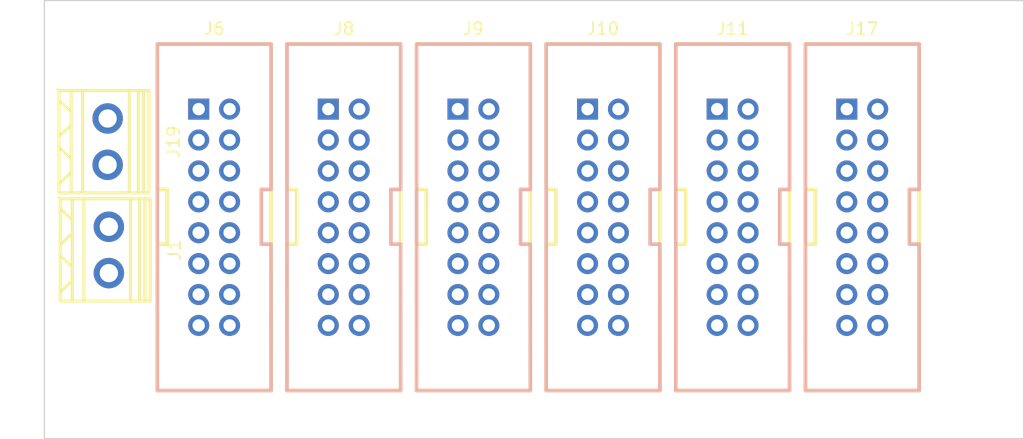
<source format=kicad_pcb>
(kicad_pcb (version 20221018) (generator pcbnew)
  (layers (0 "F.Cu" signal) (31 "B.Cu" signal) (34 "B.Paste" user) (35 "F.Paste" user) (36 "B.SilkS" user "B.Silkscreen") (37 "F.SilkS" user "F.Silkscreen") (38 "B.Mask" user) (39 "F.Mask" user) (44 "Edge.Cuts" user))
  (net 0 "")
  (net 1 "Net-(J1-Pin_1)")
  (net 2 "Net-(J1-Pin_2)")
  (net 3 "Net-(J10-Pin_1)")
  (net 4 "Net-(J10-Pin_11)")
  (net 5 "Net-(J10-Pin_13)")
  (net 6 "Net-(J10-Pin_15)")
  (footprint "Clacktronics:Eurorack_16_header" (layer "F.Cu") (at 173.46 78.92)
    (fp_text reference "J17" (at 1.27 -6.604) (layer "F.SilkS"))
    (fp_text value "EURORACK_16_PIN")
    (fp_line (start -3.4 -5.35) (end -3.4 23.13) (stroke (width 0.3)) (layer "B.SilkS"))
    (fp_line (start -3.4 23.13) (end 5.95 23.13) (stroke (width 0.3)) (layer "B.SilkS"))
    (fp_line (start 5.145 6.6) (end 5.945 6.6) (stroke (width 0.3)) (layer "B.SilkS"))
    (fp_line (start 5.145 11.1) (end 5.145 6.6) (stroke (width 0.3)) (layer "B.SilkS"))
    (fp_line (start 5.945 11.1) (end 5.145 11.1) (stroke (width 0.3)) (layer "B.SilkS"))
    (fp_line (start 5.95 -5.35) (end -3.4 -5.35) (stroke (width 0.3)) (layer "B.SilkS"))
    (fp_line (start 5.95 6.6) (end 5.95 -5.35) (stroke (width 0.3)) (layer "B.SilkS"))
    (fp_line (start 5.95 23.13) (end 5.945 11.1) (stroke (width 0.3)) (layer "B.SilkS"))
    (fp_line (start -3.405 -5.35) (end 5.945 -5.35) (stroke (width 0.3)) (layer "F.SilkS"))
    (fp_line (start -3.405 6.6) (end -3.405 -5.35) (stroke (width 0.3)) (layer "F.SilkS"))
    (fp_line (start -3.405 23.13) (end -3.4 11.1) (stroke (width 0.3)) (layer "F.SilkS"))
    (fp_line (start -3.4 11.1) (end -2.6 11.1) (stroke (width 0.3)) (layer "F.SilkS"))
    (fp_line (start -2.6 6.6) (end -3.4 6.6) (stroke (width 0.3)) (layer "F.SilkS"))
    (fp_line (start -2.6 11.1) (end -2.6 6.6) (stroke (width 0.3)) (layer "F.SilkS"))
    (fp_line (start 5.945 -5.35) (end 5.945 23.13) (stroke (width 0.3)) (layer "F.SilkS"))
    (fp_line (start 5.945 23.13) (end -3.405 23.13) (stroke (width 0.3)) (layer "F.SilkS"))
    (pad "1" thru_hole rect (at 0 0) (size 1.7272 1.7272) (drill 1.016) (layers "*.Cu" "*.Mask") (net 3 "Net-(J10-Pin_1)"))
    (pad "2" thru_hole oval (at 2.54 0) (size 1.7272 1.7272) (drill 1.016) (layers "*.Cu" "*.Mask") (net 3 "Net-(J10-Pin_1)"))
    (pad "3" thru_hole oval (at 0 2.54) (size 1.7272 1.7272) (drill 1.016) (layers "*.Cu" "*.Mask") (net 1 "Net-(J1-Pin_1)"))
    (pad "4" thru_hole oval (at 2.54 2.54) (size 1.7272 1.7272) (drill 1.016) (layers "*.Cu" "*.Mask") (net 1 "Net-(J1-Pin_1)"))
    (pad "5" thru_hole oval (at 0 5.08) (size 1.7272 1.7272) (drill 1.016) (layers "*.Cu" "*.Mask") (net 1 "Net-(J1-Pin_1)"))
    (pad "6" thru_hole oval (at 2.54 5.08) (size 1.7272 1.7272) (drill 1.016) (layers "*.Cu" "*.Mask") (net 1 "Net-(J1-Pin_1)"))
    (pad "7" thru_hole oval (at 0 7.62) (size 1.7272 1.7272) (drill 1.016) (layers "*.Cu" "*.Mask") (net 1 "Net-(J1-Pin_1)"))
    (pad "8" thru_hole oval (at 2.54 7.62) (size 1.7272 1.7272) (drill 1.016) (layers "*.Cu" "*.Mask") (net 1 "Net-(J1-Pin_1)"))
    (pad "9" thru_hole oval (at 0 10.16) (size 1.7272 1.7272) (drill 1.016) (layers "*.Cu" "*.Mask") (net 2 "Net-(J1-Pin_2)"))
    (pad "10" thru_hole oval (at 2.54 10.16) (size 1.7272 1.7272) (drill 1.016) (layers "*.Cu" "*.Mask") (net 2 "Net-(J1-Pin_2)"))
    (pad "11" thru_hole oval (at 0 12.7) (size 1.7272 1.7272) (drill 1.016) (layers "*.Cu" "*.Mask") (net 4 "Net-(J10-Pin_11)"))
    (pad "12" thru_hole oval (at 2.54 12.7) (size 1.7272 1.7272) (drill 1.016) (layers "*.Cu" "*.Mask") (net 4 "Net-(J10-Pin_11)"))
    (pad "13" thru_hole oval (at 0 15.24) (size 1.7272 1.7272) (drill 1.016) (layers "*.Cu" "*.Mask") (net 5 "Net-(J10-Pin_13)"))
    (pad "14" thru_hole oval (at 2.54 15.24) (size 1.7272 1.7272) (drill 1.016) (layers "*.Cu" "*.Mask") (net 5 "Net-(J10-Pin_13)"))
    (pad "15" thru_hole oval (at 0 17.78) (size 1.7272 1.7272) (drill 1.016) (layers "*.Cu" "*.Mask") (net 6 "Net-(J10-Pin_15)"))
    (pad "16" thru_hole oval (at 2.54 17.78) (size 1.7272 1.7272) (drill 1.016) (layers "*.Cu" "*.Mask") (net 6 "Net-(J10-Pin_15)"))
  )
  (footprint "MountingHole:MountingHole_3.2mm_M3" (layer "F.Cu") (at 184 102)
    (fp_text reference "REF**" hide)
    (fp_text value "MountingHole_3.2mm_M3" hide)
    (pad "" np_thru_hole circle (at 0 0) (size 3.2 3.2) (drill 3.2) (layers "*.Cu" "*.Mask"))
  )
  (footprint "MountingHole:MountingHole_3.2mm_M3" (layer "F.Cu") (at 112 102)
    (fp_text reference "REF**" hide)
    (fp_text value "MountingHole_3.2mm_M3" hide)
    (pad "" np_thru_hole circle (at 0 0) (size 3.2 3.2) (drill 3.2) (layers "*.Cu" "*.Mask"))
  )
  (footprint "Clacktronics:Eurorack_16_header" (layer "F.Cu") (at 120.185 78.92)
    (fp_text reference "J6" (at 1.27 -6.604) (layer "F.SilkS"))
    (fp_text value "EURORACK_16_PIN")
    (fp_line (start -3.4 -5.35) (end -3.4 23.13) (stroke (width 0.3)) (layer "B.SilkS"))
    (fp_line (start -3.4 23.13) (end 5.95 23.13) (stroke (width 0.3)) (layer "B.SilkS"))
    (fp_line (start 5.145 6.6) (end 5.945 6.6) (stroke (width 0.3)) (layer "B.SilkS"))
    (fp_line (start 5.145 11.1) (end 5.145 6.6) (stroke (width 0.3)) (layer "B.SilkS"))
    (fp_line (start 5.945 11.1) (end 5.145 11.1) (stroke (width 0.3)) (layer "B.SilkS"))
    (fp_line (start 5.95 -5.35) (end -3.4 -5.35) (stroke (width 0.3)) (layer "B.SilkS"))
    (fp_line (start 5.95 6.6) (end 5.95 -5.35) (stroke (width 0.3)) (layer "B.SilkS"))
    (fp_line (start 5.95 23.13) (end 5.945 11.1) (stroke (width 0.3)) (layer "B.SilkS"))
    (fp_line (start -3.405 -5.35) (end 5.945 -5.35) (stroke (width 0.3)) (layer "F.SilkS"))
    (fp_line (start -3.405 6.6) (end -3.405 -5.35) (stroke (width 0.3)) (layer "F.SilkS"))
    (fp_line (start -3.405 23.13) (end -3.4 11.1) (stroke (width 0.3)) (layer "F.SilkS"))
    (fp_line (start -3.4 11.1) (end -2.6 11.1) (stroke (width 0.3)) (layer "F.SilkS"))
    (fp_line (start -2.6 6.6) (end -3.4 6.6) (stroke (width 0.3)) (layer "F.SilkS"))
    (fp_line (start -2.6 11.1) (end -2.6 6.6) (stroke (width 0.3)) (layer "F.SilkS"))
    (fp_line (start 5.945 -5.35) (end 5.945 23.13) (stroke (width 0.3)) (layer "F.SilkS"))
    (fp_line (start 5.945 23.13) (end -3.405 23.13) (stroke (width 0.3)) (layer "F.SilkS"))
    (pad "1" thru_hole rect (at 0 0) (size 1.7272 1.7272) (drill 1.016) (layers "*.Cu" "*.Mask") (net 3 "Net-(J10-Pin_1)"))
    (pad "2" thru_hole oval (at 2.54 0) (size 1.7272 1.7272) (drill 1.016) (layers "*.Cu" "*.Mask") (net 3 "Net-(J10-Pin_1)"))
    (pad "3" thru_hole oval (at 0 2.54) (size 1.7272 1.7272) (drill 1.016) (layers "*.Cu" "*.Mask") (net 1 "Net-(J1-Pin_1)"))
    (pad "4" thru_hole oval (at 2.54 2.54) (size 1.7272 1.7272) (drill 1.016) (layers "*.Cu" "*.Mask") (net 1 "Net-(J1-Pin_1)"))
    (pad "5" thru_hole oval (at 0 5.08) (size 1.7272 1.7272) (drill 1.016) (layers "*.Cu" "*.Mask") (net 1 "Net-(J1-Pin_1)"))
    (pad "6" thru_hole oval (at 2.54 5.08) (size 1.7272 1.7272) (drill 1.016) (layers "*.Cu" "*.Mask") (net 1 "Net-(J1-Pin_1)"))
    (pad "7" thru_hole oval (at 0 7.62) (size 1.7272 1.7272) (drill 1.016) (layers "*.Cu" "*.Mask") (net 1 "Net-(J1-Pin_1)"))
    (pad "8" thru_hole oval (at 2.54 7.62) (size 1.7272 1.7272) (drill 1.016) (layers "*.Cu" "*.Mask") (net 1 "Net-(J1-Pin_1)"))
    (pad "9" thru_hole oval (at 0 10.16) (size 1.7272 1.7272) (drill 1.016) (layers "*.Cu" "*.Mask") (net 2 "Net-(J1-Pin_2)"))
    (pad "10" thru_hole oval (at 2.54 10.16) (size 1.7272 1.7272) (drill 1.016) (layers "*.Cu" "*.Mask") (net 2 "Net-(J1-Pin_2)"))
    (pad "11" thru_hole oval (at 0 12.7) (size 1.7272 1.7272) (drill 1.016) (layers "*.Cu" "*.Mask") (net 4 "Net-(J10-Pin_11)"))
    (pad "12" thru_hole oval (at 2.54 12.7) (size 1.7272 1.7272) (drill 1.016) (layers "*.Cu" "*.Mask") (net 4 "Net-(J10-Pin_11)"))
    (pad "13" thru_hole oval (at 0 15.24) (size 1.7272 1.7272) (drill 1.016) (layers "*.Cu" "*.Mask") (net 5 "Net-(J10-Pin_13)"))
    (pad "14" thru_hole oval (at 2.54 15.24) (size 1.7272 1.7272) (drill 1.016) (layers "*.Cu" "*.Mask") (net 5 "Net-(J10-Pin_13)"))
    (pad "15" thru_hole oval (at 0 17.78) (size 1.7272 1.7272) (drill 1.016) (layers "*.Cu" "*.Mask") (net 6 "Net-(J10-Pin_15)"))
    (pad "16" thru_hole oval (at 2.54 17.78) (size 1.7272 1.7272) (drill 1.016) (layers "*.Cu" "*.Mask") (net 6 "Net-(J10-Pin_15)"))
  )
  (footprint "Clacktronics:CONN-TH_2P-P3.81_DB125-3.81-2P-BK-S" (layer "F.Cu") (at 112.5 90.494996 -90)
    (fp_text reference "J1" (at 0 -5.7 90) (layer "F.SilkS"))
    (fp_text value "Screw_Terminal_01x02")
    (fp_line (start -4.205029 -3.699975) (end -4.205029 3.7) (stroke (width 0.254)) (layer "F.SilkS"))
    (fp_line (start -4.205029 -3.699975) (end 4.205029 -3.7) (stroke (width 0.254)) (layer "F.SilkS"))
    (fp_line (start -4.205029 -3.257049) (end 4.205029 -3.257049) (stroke (width 0.254)) (layer "F.SilkS"))
    (fp_line (start -4.205029 -2.821615) (end 4.205029 -2.821615) (stroke (width 0.254)) (layer "F.SilkS"))
    (fp_line (start -4.205029 -2.07775) (end 4.205029 -2.07775) (stroke (width 0.254)) (layer "F.SilkS"))
    (fp_line (start -4.205029 1.754407) (end 4.205029 1.754407) (stroke (width 0.254)) (layer "F.SilkS"))
    (fp_line (start -4.205029 2.7) (end 4.205029 2.7) (stroke (width 0.254)) (layer "F.SilkS"))
    (fp_line (start -4.205029 3.7) (end 4.205004 3.7) (stroke (width 0.254)) (layer "F.SilkS"))
    (fp_line (start -3.426949 3.7) (end -3.424308 3.7) (stroke (width 0.254)) (layer "F.SilkS"))
    (fp_line (start -3.424308 3.7) (end -2.424308 2.7) (stroke (width 0.254)) (layer "F.SilkS"))
    (fp_line (start -1.401626 2.7) (end -1.392304 2.7) (stroke (width 0.254)) (layer "F.SilkS"))
    (fp_line (start -1.392304 2.7) (end -0.392304 3.7) (stroke (width 0.254)) (layer "F.SilkS"))
    (fp_line (start 0.403099 3.7) (end 0.432487 3.7) (stroke (width 0.254)) (layer "F.SilkS"))
    (fp_line (start 0.432487 3.7) (end 1.432487 2.7) (stroke (width 0.254)) (layer "F.SilkS"))
    (fp_line (start 2.562103 2.7) (end 2.562103 2.764211) (stroke (width 0.254)) (layer "F.SilkS"))
    (fp_line (start 2.562103 2.764211) (end 3.497892 3.7) (stroke (width 0.254)) (layer "F.SilkS"))
    (fp_line (start 4.205029 -3.7) (end 4.205029 3.7) (stroke (width 0.254)) (layer "F.SilkS"))
    (fp_circle (center -4.332029 3.827) (end -4.302032 3.827) (stroke (width 0.059995)) (fill none) (layer "F.SilkS"))
    (pad "1" thru_hole circle (at -1.905004 -0.3 270) (size 2.5 2.5) (drill 1.500025) (layers "*.Cu" "*.Mask") (net 1 "Net-(J1-Pin_1)"))
    (pad "2" thru_hole circle (at 1.905004 -0.3 270) (size 2.5 2.5) (drill 1.500025) (layers "*.Cu" "*.Mask") (net 2 "Net-(J1-Pin_2)"))
  )
  (footprint "Clacktronics:Eurorack_16_header" (layer "F.Cu") (at 141.495 78.92)
    (fp_text reference "J9" (at 1.27 -6.604) (layer "F.SilkS"))
    (fp_text value "EURORACK_16_PIN")
    (fp_line (start -3.4 -5.35) (end -3.4 23.13) (stroke (width 0.3)) (layer "B.SilkS"))
    (fp_line (start -3.4 23.13) (end 5.95 23.13) (stroke (width 0.3)) (layer "B.SilkS"))
    (fp_line (start 5.145 6.6) (end 5.945 6.6) (stroke (width 0.3)) (layer "B.SilkS"))
    (fp_line (start 5.145 11.1) (end 5.145 6.6) (stroke (width 0.3)) (layer "B.SilkS"))
    (fp_line (start 5.945 11.1) (end 5.145 11.1) (stroke (width 0.3)) (layer "B.SilkS"))
    (fp_line (start 5.95 -5.35) (end -3.4 -5.35) (stroke (width 0.3)) (layer "B.SilkS"))
    (fp_line (start 5.95 6.6) (end 5.95 -5.35) (stroke (width 0.3)) (layer "B.SilkS"))
    (fp_line (start 5.95 23.13) (end 5.945 11.1) (stroke (width 0.3)) (layer "B.SilkS"))
    (fp_line (start -3.405 -5.35) (end 5.945 -5.35) (stroke (width 0.3)) (layer "F.SilkS"))
    (fp_line (start -3.405 6.6) (end -3.405 -5.35) (stroke (width 0.3)) (layer "F.SilkS"))
    (fp_line (start -3.405 23.13) (end -3.4 11.1) (stroke (width 0.3)) (layer "F.SilkS"))
    (fp_line (start -3.4 11.1) (end -2.6 11.1) (stroke (width 0.3)) (layer "F.SilkS"))
    (fp_line (start -2.6 6.6) (end -3.4 6.6) (stroke (width 0.3)) (layer "F.SilkS"))
    (fp_line (start -2.6 11.1) (end -2.6 6.6) (stroke (width 0.3)) (layer "F.SilkS"))
    (fp_line (start 5.945 -5.35) (end 5.945 23.13) (stroke (width 0.3)) (layer "F.SilkS"))
    (fp_line (start 5.945 23.13) (end -3.405 23.13) (stroke (width 0.3)) (layer "F.SilkS"))
    (pad "1" thru_hole rect (at 0 0) (size 1.7272 1.7272) (drill 1.016) (layers "*.Cu" "*.Mask") (net 3 "Net-(J10-Pin_1)"))
    (pad "2" thru_hole oval (at 2.54 0) (size 1.7272 1.7272) (drill 1.016) (layers "*.Cu" "*.Mask") (net 3 "Net-(J10-Pin_1)"))
    (pad "3" thru_hole oval (at 0 2.54) (size 1.7272 1.7272) (drill 1.016) (layers "*.Cu" "*.Mask") (net 1 "Net-(J1-Pin_1)"))
    (pad "4" thru_hole oval (at 2.54 2.54) (size 1.7272 1.7272) (drill 1.016) (layers "*.Cu" "*.Mask") (net 1 "Net-(J1-Pin_1)"))
    (pad "5" thru_hole oval (at 0 5.08) (size 1.7272 1.7272) (drill 1.016) (layers "*.Cu" "*.Mask") (net 1 "Net-(J1-Pin_1)"))
    (pad "6" thru_hole oval (at 2.54 5.08) (size 1.7272 1.7272) (drill 1.016) (layers "*.Cu" "*.Mask") (net 1 "Net-(J1-Pin_1)"))
    (pad "7" thru_hole oval (at 0 7.62) (size 1.7272 1.7272) (drill 1.016) (layers "*.Cu" "*.Mask") (net 1 "Net-(J1-Pin_1)"))
    (pad "8" thru_hole oval (at 2.54 7.62) (size 1.7272 1.7272) (drill 1.016) (layers "*.Cu" "*.Mask") (net 1 "Net-(J1-Pin_1)"))
    (pad "9" thru_hole oval (at 0 10.16) (size 1.7272 1.7272) (drill 1.016) (layers "*.Cu" "*.Mask") (net 2 "Net-(J1-Pin_2)"))
    (pad "10" thru_hole oval (at 2.54 10.16) (size 1.7272 1.7272) (drill 1.016) (layers "*.Cu" "*.Mask") (net 2 "Net-(J1-Pin_2)"))
    (pad "11" thru_hole oval (at 0 12.7) (size 1.7272 1.7272) (drill 1.016) (layers "*.Cu" "*.Mask") (net 4 "Net-(J10-Pin_11)"))
    (pad "12" thru_hole oval (at 2.54 12.7) (size 1.7272 1.7272) (drill 1.016) (layers "*.Cu" "*.Mask") (net 4 "Net-(J10-Pin_11)"))
    (pad "13" thru_hole oval (at 0 15.24) (size 1.7272 1.7272) (drill 1.016) (layers "*.Cu" "*.Mask") (net 5 "Net-(J10-Pin_13)"))
    (pad "14" thru_hole oval (at 2.54 15.24) (size 1.7272 1.7272) (drill 1.016) (layers "*.Cu" "*.Mask") (net 5 "Net-(J10-Pin_13)"))
    (pad "15" thru_hole oval (at 0 17.78) (size 1.7272 1.7272) (drill 1.016) (layers "*.Cu" "*.Mask") (net 6 "Net-(J10-Pin_15)"))
    (pad "16" thru_hole oval (at 2.54 17.78) (size 1.7272 1.7272) (drill 1.016) (layers "*.Cu" "*.Mask") (net 6 "Net-(J10-Pin_15)"))
  )
  (footprint "MountingHole:MountingHole_3.2mm_M3" (layer "F.Cu") (at 112 74)
    (fp_text reference "REF**" hide)
    (fp_text value "MountingHole_3.2mm_M3" hide)
    (pad "" np_thru_hole circle (at 0 0) (size 3.2 3.2) (drill 3.2) (layers "*.Cu" "*.Mask"))
  )
  (footprint "Clacktronics:CONN-TH_2P-P3.81_DB125-3.81-2P-BK-S" (layer "F.Cu") (at 112.4 81.594996 -90)
    (fp_text reference "J19" (at 0 -5.7 90) (layer "F.SilkS"))
    (fp_text value "Screw_Terminal_01x02")
    (fp_line (start -4.205029 -3.699975) (end -4.205029 3.7) (stroke (width 0.254)) (layer "F.SilkS"))
    (fp_line (start -4.205029 -3.699975) (end 4.205029 -3.7) (stroke (width 0.254)) (layer "F.SilkS"))
    (fp_line (start -4.205029 -3.257049) (end 4.205029 -3.257049) (stroke (width 0.254)) (layer "F.SilkS"))
    (fp_line (start -4.205029 -2.821615) (end 4.205029 -2.821615) (stroke (width 0.254)) (layer "F.SilkS"))
    (fp_line (start -4.205029 -2.07775) (end 4.205029 -2.07775) (stroke (width 0.254)) (layer "F.SilkS"))
    (fp_line (start -4.205029 1.754407) (end 4.205029 1.754407) (stroke (width 0.254)) (layer "F.SilkS"))
    (fp_line (start -4.205029 2.7) (end 4.205029 2.7) (stroke (width 0.254)) (layer "F.SilkS"))
    (fp_line (start -4.205029 3.7) (end 4.205004 3.7) (stroke (width 0.254)) (layer "F.SilkS"))
    (fp_line (start -3.426949 3.7) (end -3.424308 3.7) (stroke (width 0.254)) (layer "F.SilkS"))
    (fp_line (start -3.424308 3.7) (end -2.424308 2.7) (stroke (width 0.254)) (layer "F.SilkS"))
    (fp_line (start -1.401626 2.7) (end -1.392304 2.7) (stroke (width 0.254)) (layer "F.SilkS"))
    (fp_line (start -1.392304 2.7) (end -0.392304 3.7) (stroke (width 0.254)) (layer "F.SilkS"))
    (fp_line (start 0.403099 3.7) (end 0.432487 3.7) (stroke (width 0.254)) (layer "F.SilkS"))
    (fp_line (start 0.432487 3.7) (end 1.432487 2.7) (stroke (width 0.254)) (layer "F.SilkS"))
    (fp_line (start 2.562103 2.7) (end 2.562103 2.764211) (stroke (width 0.254)) (layer "F.SilkS"))
    (fp_line (start 2.562103 2.764211) (end 3.497892 3.7) (stroke (width 0.254)) (layer "F.SilkS"))
    (fp_line (start 4.205029 -3.7) (end 4.205029 3.7) (stroke (width 0.254)) (layer "F.SilkS"))
    (fp_circle (center -4.332029 3.827) (end -4.302032 3.827) (stroke (width 0.059995)) (fill none) (layer "F.SilkS"))
    (pad "1" thru_hole circle (at -1.905004 -0.3 270) (size 2.5 2.5) (drill 1.500025) (layers "*.Cu" "*.Mask") (net 3 "Net-(J10-Pin_1)"))
    (pad "2" thru_hole circle (at 1.905004 -0.3 270) (size 2.5 2.5) (drill 1.500025) (layers "*.Cu" "*.Mask") (net 1 "Net-(J1-Pin_1)"))
  )
  (footprint "Clacktronics:Eurorack_16_header" (layer "F.Cu") (at 162.805 78.92)
    (fp_text reference "J11" (at 1.27 -6.604) (layer "F.SilkS"))
    (fp_text value "EURORACK_16_PIN")
    (fp_line (start -3.4 -5.35) (end -3.4 23.13) (stroke (width 0.3)) (layer "B.SilkS"))
    (fp_line (start -3.4 23.13) (end 5.95 23.13) (stroke (width 0.3)) (layer "B.SilkS"))
    (fp_line (start 5.145 6.6) (end 5.945 6.6) (stroke (width 0.3)) (layer "B.SilkS"))
    (fp_line (start 5.145 11.1) (end 5.145 6.6) (stroke (width 0.3)) (layer "B.SilkS"))
    (fp_line (start 5.945 11.1) (end 5.145 11.1) (stroke (width 0.3)) (layer "B.SilkS"))
    (fp_line (start 5.95 -5.35) (end -3.4 -5.35) (stroke (width 0.3)) (layer "B.SilkS"))
    (fp_line (start 5.95 6.6) (end 5.95 -5.35) (stroke (width 0.3)) (layer "B.SilkS"))
    (fp_line (start 5.95 23.13) (end 5.945 11.1) (stroke (width 0.3)) (layer "B.SilkS"))
    (fp_line (start -3.405 -5.35) (end 5.945 -5.35) (stroke (width 0.3)) (layer "F.SilkS"))
    (fp_line (start -3.405 6.6) (end -3.405 -5.35) (stroke (width 0.3)) (layer "F.SilkS"))
    (fp_line (start -3.405 23.13) (end -3.4 11.1) (stroke (width 0.3)) (layer "F.SilkS"))
    (fp_line (start -3.4 11.1) (end -2.6 11.1) (stroke (width 0.3)) (layer "F.SilkS"))
    (fp_line (start -2.6 6.6) (end -3.4 6.6) (stroke (width 0.3)) (layer "F.SilkS"))
    (fp_line (start -2.6 11.1) (end -2.6 6.6) (stroke (width 0.3)) (layer "F.SilkS"))
    (fp_line (start 5.945 -5.35) (end 5.945 23.13) (stroke (width 0.3)) (layer "F.SilkS"))
    (fp_line (start 5.945 23.13) (end -3.405 23.13) (stroke (width 0.3)) (layer "F.SilkS"))
    (pad "1" thru_hole rect (at 0 0) (size 1.7272 1.7272) (drill 1.016) (layers "*.Cu" "*.Mask") (net 3 "Net-(J10-Pin_1)"))
    (pad "2" thru_hole oval (at 2.54 0) (size 1.7272 1.7272) (drill 1.016) (layers "*.Cu" "*.Mask") (net 3 "Net-(J10-Pin_1)"))
    (pad "3" thru_hole oval (at 0 2.54) (size 1.7272 1.7272) (drill 1.016) (layers "*.Cu" "*.Mask") (net 1 "Net-(J1-Pin_1)"))
    (pad "4" thru_hole oval (at 2.54 2.54) (size 1.7272 1.7272) (drill 1.016) (layers "*.Cu" "*.Mask") (net 1 "Net-(J1-Pin_1)"))
    (pad "5" thru_hole oval (at 0 5.08) (size 1.7272 1.7272) (drill 1.016) (layers "*.Cu" "*.Mask") (net 1 "Net-(J1-Pin_1)"))
    (pad "6" thru_hole oval (at 2.54 5.08) (size 1.7272 1.7272) (drill 1.016) (layers "*.Cu" "*.Mask") (net 1 "Net-(J1-Pin_1)"))
    (pad "7" thru_hole oval (at 0 7.62) (size 1.7272 1.7272) (drill 1.016) (layers "*.Cu" "*.Mask") (net 1 "Net-(J1-Pin_1)"))
    (pad "8" thru_hole oval (at 2.54 7.62) (size 1.7272 1.7272) (drill 1.016) (layers "*.Cu" "*.Mask") (net 1 "Net-(J1-Pin_1)"))
    (pad "9" thru_hole oval (at 0 10.16) (size 1.7272 1.7272) (drill 1.016) (layers "*.Cu" "*.Mask") (net 2 "Net-(J1-Pin_2)"))
    (pad "10" thru_hole oval (at 2.54 10.16) (size 1.7272 1.7272) (drill 1.016) (layers "*.Cu" "*.Mask") (net 2 "Net-(J1-Pin_2)"))
    (pad "11" thru_hole oval (at 0 12.7) (size 1.7272 1.7272) (drill 1.016) (layers "*.Cu" "*.Mask") (net 4 "Net-(J10-Pin_11)"))
    (pad "12" thru_hole oval (at 2.54 12.7) (size 1.7272 1.7272) (drill 1.016) (layers "*.Cu" "*.Mask") (net 4 "Net-(J10-Pin_11)"))
    (pad "13" thru_hole oval (at 0 15.24) (size 1.7272 1.7272) (drill 1.016) (layers "*.Cu" "*.Mask") (net 5 "Net-(J10-Pin_13)"))
    (pad "14" thru_hole oval (at 2.54 15.24) (size 1.7272 1.7272) (drill 1.016) (layers "*.Cu" "*.Mask") (net 5 "Net-(J10-Pin_13)"))
    (pad "15" thru_hole oval (at 0 17.78) (size 1.7272 1.7272) (drill 1.016) (layers "*.Cu" "*.Mask") (net 6 "Net-(J10-Pin_15)"))
    (pad "16" thru_hole oval (at 2.54 17.78) (size 1.7272 1.7272) (drill 1.016) (layers "*.Cu" "*.Mask") (net 6 "Net-(J10-Pin_15)"))
  )
  (footprint "MountingHole:MountingHole_3.2mm_M3" (layer "F.Cu") (at 184 74)
    (fp_text reference "REF**" hide)
    (fp_text value "MountingHole_3.2mm_M3" hide)
    (pad "" np_thru_hole circle (at 0 0) (size 3.2 3.2) (drill 3.2) (layers "*.Cu" "*.Mask"))
  )
  (footprint "Clacktronics:Eurorack_16_header" (layer "F.Cu") (at 152.15 78.92)
    (fp_text reference "J10" (at 1.27 -6.604) (layer "F.SilkS"))
    (fp_text value "EURORACK_16_PIN")
    (fp_line (start -3.4 -5.35) (end -3.4 23.13) (stroke (width 0.3)) (layer "B.SilkS"))
    (fp_line (start -3.4 23.13) (end 5.95 23.13) (stroke (width 0.3)) (layer "B.SilkS"))
    (fp_line (start 5.145 6.6) (end 5.945 6.6) (stroke (width 0.3)) (layer "B.SilkS"))
    (fp_line (start 5.145 11.1) (end 5.145 6.6) (stroke (width 0.3)) (layer "B.SilkS"))
    (fp_line (start 5.945 11.1) (end 5.145 11.1) (stroke (width 0.3)) (layer "B.SilkS"))
    (fp_line (start 5.95 -5.35) (end -3.4 -5.35) (stroke (width 0.3)) (layer "B.SilkS"))
    (fp_line (start 5.95 6.6) (end 5.95 -5.35) (stroke (width 0.3)) (layer "B.SilkS"))
    (fp_line (start 5.95 23.13) (end 5.945 11.1) (stroke (width 0.3)) (layer "B.SilkS"))
    (fp_line (start -3.405 -5.35) (end 5.945 -5.35) (stroke (width 0.3)) (layer "F.SilkS"))
    (fp_line (start -3.405 6.6) (end -3.405 -5.35) (stroke (width 0.3)) (layer "F.SilkS"))
    (fp_line (start -3.405 23.13) (end -3.4 11.1) (stroke (width 0.3)) (layer "F.SilkS"))
    (fp_line (start -3.4 11.1) (end -2.6 11.1) (stroke (width 0.3)) (layer "F.SilkS"))
    (fp_line (start -2.6 6.6) (end -3.4 6.6) (stroke (width 0.3)) (layer "F.SilkS"))
    (fp_line (start -2.6 11.1) (end -2.6 6.6) (stroke (width 0.3)) (layer "F.SilkS"))
    (fp_line (start 5.945 -5.35) (end 5.945 23.13) (stroke (width 0.3)) (layer "F.SilkS"))
    (fp_line (start 5.945 23.13) (end -3.405 23.13) (stroke (width 0.3)) (layer "F.SilkS"))
    (pad "1" thru_hole rect (at 0 0) (size 1.7272 1.7272) (drill 1.016) (layers "*.Cu" "*.Mask") (net 3 "Net-(J10-Pin_1)"))
    (pad "2" thru_hole oval (at 2.54 0) (size 1.7272 1.7272) (drill 1.016) (layers "*.Cu" "*.Mask") (net 3 "Net-(J10-Pin_1)"))
    (pad "3" thru_hole oval (at 0 2.54) (size 1.7272 1.7272) (drill 1.016) (layers "*.Cu" "*.Mask") (net 1 "Net-(J1-Pin_1)"))
    (pad "4" thru_hole oval (at 2.54 2.54) (size 1.7272 1.7272) (drill 1.016) (layers "*.Cu" "*.Mask") (net 1 "Net-(J1-Pin_1)"))
    (pad "5" thru_hole oval (at 0 5.08) (size 1.7272 1.7272) (drill 1.016) (layers "*.Cu" "*.Mask") (net 1 "Net-(J1-Pin_1)"))
    (pad "6" thru_hole oval (at 2.54 5.08) (size 1.7272 1.7272) (drill 1.016) (layers "*.Cu" "*.Mask") (net 1 "Net-(J1-Pin_1)"))
    (pad "7" thru_hole oval (at 0 7.62) (size 1.7272 1.7272) (drill 1.016) (layers "*.Cu" "*.Mask") (net 1 "Net-(J1-Pin_1)"))
    (pad "8" thru_hole oval (at 2.54 7.62) (size 1.7272 1.7272) (drill 1.016) (layers "*.Cu" "*.Mask") (net 1 "Net-(J1-Pin_1)"))
    (pad "9" thru_hole oval (at 0 10.16) (size 1.7272 1.7272) (drill 1.016) (layers "*.Cu" "*.Mask") (net 2 "Net-(J1-Pin_2)"))
    (pad "10" thru_hole oval (at 2.54 10.16) (size 1.7272 1.7272) (drill 1.016) (layers "*.Cu" "*.Mask") (net 2 "Net-(J1-Pin_2)"))
    (pad "11" thru_hole oval (at 0 12.7) (size 1.7272 1.7272) (drill 1.016) (layers "*.Cu" "*.Mask") (net 4 "Net-(J10-Pin_11)"))
    (pad "12" thru_hole oval (at 2.54 12.7) (size 1.7272 1.7272) (drill 1.016) (layers "*.Cu" "*.Mask") (net 4 "Net-(J10-Pin_11)"))
    (pad "13" thru_hole oval (at 0 15.24) (size 1.7272 1.7272) (drill 1.016) (layers "*.Cu" "*.Mask") (net 5 "Net-(J10-Pin_13)"))
    (pad "14" thru_hole oval (at 2.54 15.24) (size 1.7272 1.7272) (drill 1.016) (layers "*.Cu" "*.Mask") (net 5 "Net-(J10-Pin_13)"))
    (pad "15" thru_hole oval (at 0 17.78) (size 1.7272 1.7272) (drill 1.016) (layers "*.Cu" "*.Mask") (net 6 "Net-(J10-Pin_15)"))
    (pad "16" thru_hole oval (at 2.54 17.78) (size 1.7272 1.7272) (drill 1.016) (layers "*.Cu" "*.Mask") (net 6 "Net-(J10-Pin_15)"))
  )
  (footprint "Clacktronics:Eurorack_16_header" (layer "F.Cu") (at 130.84 78.92)
    (fp_text reference "J8" (at 1.27 -6.604) (layer "F.SilkS"))
    (fp_text value "EURORACK_16_PIN")
    (fp_line (start -3.4 -5.35) (end -3.4 23.13) (stroke (width 0.3)) (layer "B.SilkS"))
    (fp_line (start -3.4 23.13) (end 5.95 23.13) (stroke (width 0.3)) (layer "B.SilkS"))
    (fp_line (start 5.145 6.6) (end 5.945 6.6) (stroke (width 0.3)) (layer "B.SilkS"))
    (fp_line (start 5.145 11.1) (end 5.145 6.6) (stroke (width 0.3)) (layer "B.SilkS"))
    (fp_line (start 5.945 11.1) (end 5.145 11.1) (stroke (width 0.3)) (layer "B.SilkS"))
    (fp_line (start 5.95 -5.35) (end -3.4 -5.35) (stroke (width 0.3)) (layer "B.SilkS"))
    (fp_line (start 5.95 6.6) (end 5.95 -5.35) (stroke (width 0.3)) (layer "B.SilkS"))
    (fp_line (start 5.95 23.13) (end 5.945 11.1) (stroke (width 0.3)) (layer "B.SilkS"))
    (fp_line (start -3.405 -5.35) (end 5.945 -5.35) (stroke (width 0.3)) (layer "F.SilkS"))
    (fp_line (start -3.405 6.6) (end -3.405 -5.35) (stroke (width 0.3)) (layer "F.SilkS"))
    (fp_line (start -3.405 23.13) (end -3.4 11.1) (stroke (width 0.3)) (layer "F.SilkS"))
    (fp_line (start -3.4 11.1) (end -2.6 11.1) (stroke (width 0.3)) (layer "F.SilkS"))
    (fp_line (start -2.6 6.6) (end -3.4 6.6) (stroke (width 0.3)) (layer "F.SilkS"))
    (fp_line (start -2.6 11.1) (end -2.6 6.6) (stroke (width 0.3)) (layer "F.SilkS"))
    (fp_line (start 5.945 -5.35) (end 5.945 23.13) (stroke (width 0.3)) (layer "F.SilkS"))
    (fp_line (start 5.945 23.13) (end -3.405 23.13) (stroke (width 0.3)) (layer "F.SilkS"))
    (pad "1" thru_hole rect (at 0 0) (size 1.7272 1.7272) (drill 1.016) (layers "*.Cu" "*.Mask") (net 3 "Net-(J10-Pin_1)"))
    (pad "2" thru_hole oval (at 2.54 0) (size 1.7272 1.7272) (drill 1.016) (layers "*.Cu" "*.Mask") (net 3 "Net-(J10-Pin_1)"))
    (pad "3" thru_hole oval (at 0 2.54) (size 1.7272 1.7272) (drill 1.016) (layers "*.Cu" "*.Mask") (net 1 "Net-(J1-Pin_1)"))
    (pad "4" thru_hole oval (at 2.54 2.54) (size 1.7272 1.7272) (drill 1.016) (layers "*.Cu" "*.Mask") (net 1 "Net-(J1-Pin_1)"))
    (pad "5" thru_hole oval (at 0 5.08) (size 1.7272 1.7272) (drill 1.016) (layers "*.Cu" "*.Mask") (net 1 "Net-(J1-Pin_1)"))
    (pad "6" thru_hole oval (at 2.54 5.08) (size 1.7272 1.7272) (drill 1.016) (layers "*.Cu" "*.Mask") (net 1 "Net-(J1-Pin_1)"))
    (pad "7" thru_hole oval (at 0 7.62) (size 1.7272 1.7272) (drill 1.016) (layers "*.Cu" "*.Mask") (net 1 "Net-(J1-Pin_1)"))
    (pad "8" thru_hole oval (at 2.54 7.62) (size 1.7272 1.7272) (drill 1.016) (layers "*.Cu" "*.Mask") (net 1 "Net-(J1-Pin_1)"))
    (pad "9" thru_hole oval (at 0 10.16) (size 1.7272 1.7272) (drill 1.016) (layers "*.Cu" "*.Mask") (net 2 "Net-(J1-Pin_2)"))
    (pad "10" thru_hole oval (at 2.54 10.16) (size 1.7272 1.7272) (drill 1.016) (layers "*.Cu" "*.Mask") (net 2 "Net-(J1-Pin_2)"))
    (pad "11" thru_hole oval (at 0 12.7) (size 1.7272 1.7272) (drill 1.016) (layers "*.Cu" "*.Mask") (net 4 "Net-(J10-Pin_11)"))
    (pad "12" thru_hole oval (at 2.54 12.7) (size 1.7272 1.7272) (drill 1.016) (layers "*.Cu" "*.Mask") (net 4 "Net-(J10-Pin_11)"))
    (pad "13" thru_hole oval (at 0 15.24) (size 1.7272 1.7272) (drill 1.016) (layers "*.Cu" "*.Mask") (net 5 "Net-(J10-Pin_13)"))
    (pad "14" thru_hole oval (at 2.54 15.24) (size 1.7272 1.7272) (drill 1.016) (layers "*.Cu" "*.Mask") (net 5 "Net-(J10-Pin_13)"))
    (pad "15" thru_hole oval (at 0 17.78) (size 1.7272 1.7272) (drill 1.016) (layers "*.Cu" "*.Mask") (net 6 "Net-(J10-Pin_15)"))
    (pad "16" thru_hole oval (at 2.54 17.78) (size 1.7272 1.7272) (drill 1.016) (layers "*.Cu" "*.Mask") (net 6 "Net-(J10-Pin_15)"))
  )
  (gr_rect (start 107.5 70) (end 188 106) (stroke (width 0.1)) (fill none) (layer "Edge.Cuts"))
)
</source>
